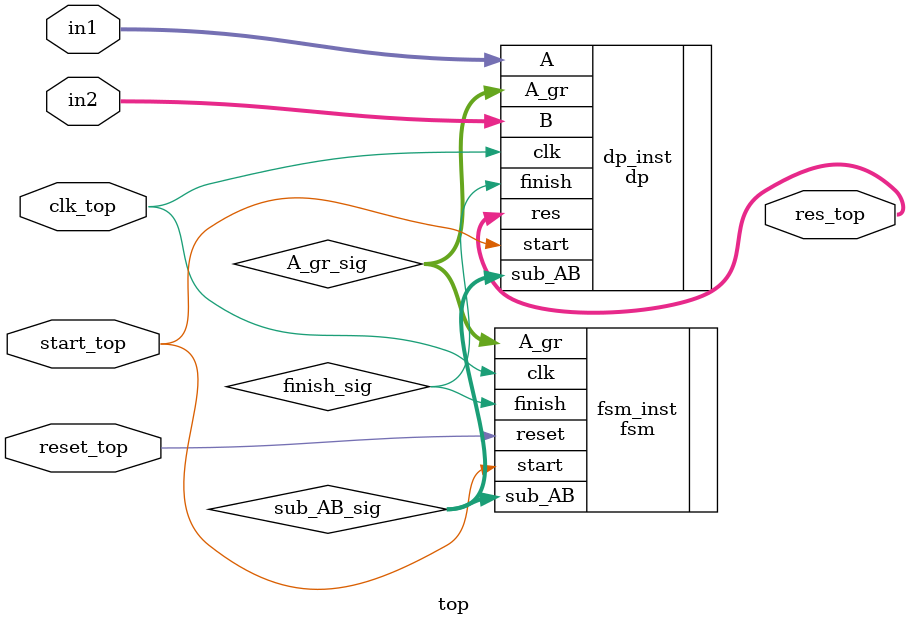
<source format=v>
module top(
  input start_top,clk_top,reset_top,
  input [9:0] in1,in2,
  output [9:0] res_top
);
  
  wire [1:0] sub_AB_sig,A_gr_sig;
  wire finish_sig;
  
  dp dp_inst(
    .clk(clk_top),
    .start(start_top),
    .finish(finish_sig),
    .sub_AB(sub_AB_sig),
    .A(in1),
    .B(in2),
    .A_gr(A_gr_sig),
    .res(res_top)
  );
  
  fsm fsm_inst(
    .clk(clk_top),
    .reset(reset_top),
    .start(start_top),
    .A_gr(A_gr_sig),
    .sub_AB(sub_AB_sig),
    .finish(finish_sig)
  );
  
endmodule
</source>
